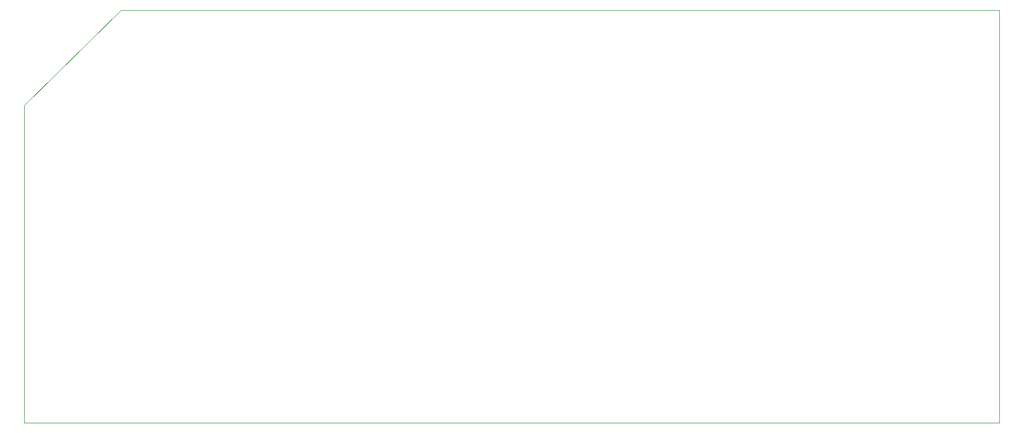
<source format=gko>
G75*
%MOIN*%
%OFA0B0*%
%FSLAX25Y25*%
%IPPOS*%
%LPD*%
%AMOC8*
5,1,8,0,0,1.08239X$1,22.5*
%
%ADD10C,0.00000*%
D10*
X0002200Y0002200D02*
X0002200Y0199050D01*
X0062200Y0258106D01*
X0607200Y0258106D01*
X0607200Y0002200D01*
X0002200Y0002200D01*
M02*

</source>
